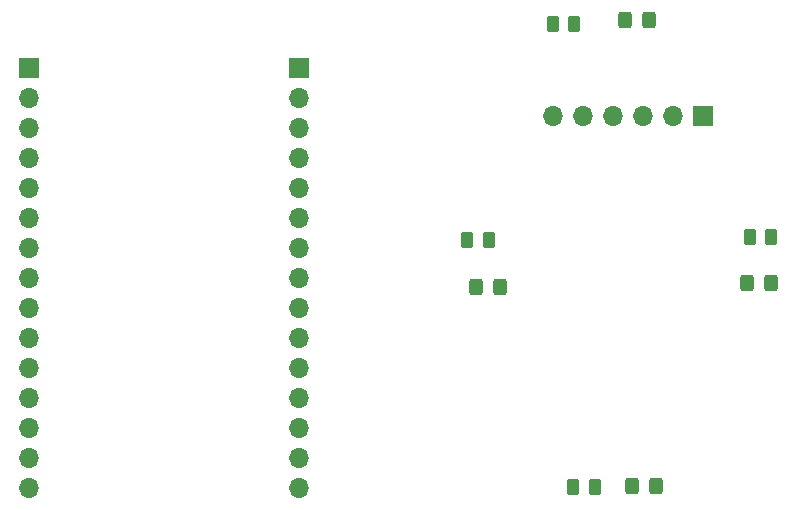
<source format=gbr>
%TF.GenerationSoftware,KiCad,Pcbnew,(6.0.7)*%
%TF.CreationDate,2022-10-30T17:48:50+07:00*%
%TF.ProjectId,dd,64642e6b-6963-4616-945f-706362585858,rev?*%
%TF.SameCoordinates,Original*%
%TF.FileFunction,Soldermask,Top*%
%TF.FilePolarity,Negative*%
%FSLAX46Y46*%
G04 Gerber Fmt 4.6, Leading zero omitted, Abs format (unit mm)*
G04 Created by KiCad (PCBNEW (6.0.7)) date 2022-10-30 17:48:50*
%MOMM*%
%LPD*%
G01*
G04 APERTURE LIST*
G04 Aperture macros list*
%AMRoundRect*
0 Rectangle with rounded corners*
0 $1 Rounding radius*
0 $2 $3 $4 $5 $6 $7 $8 $9 X,Y pos of 4 corners*
0 Add a 4 corners polygon primitive as box body*
4,1,4,$2,$3,$4,$5,$6,$7,$8,$9,$2,$3,0*
0 Add four circle primitives for the rounded corners*
1,1,$1+$1,$2,$3*
1,1,$1+$1,$4,$5*
1,1,$1+$1,$6,$7*
1,1,$1+$1,$8,$9*
0 Add four rect primitives between the rounded corners*
20,1,$1+$1,$2,$3,$4,$5,0*
20,1,$1+$1,$4,$5,$6,$7,0*
20,1,$1+$1,$6,$7,$8,$9,0*
20,1,$1+$1,$8,$9,$2,$3,0*%
G04 Aperture macros list end*
%ADD10RoundRect,0.250000X-0.262500X-0.450000X0.262500X-0.450000X0.262500X0.450000X-0.262500X0.450000X0*%
%ADD11R,1.700000X1.700000*%
%ADD12O,1.700000X1.700000*%
%ADD13RoundRect,0.250000X-0.325000X-0.450000X0.325000X-0.450000X0.325000X0.450000X-0.325000X0.450000X0*%
G04 APERTURE END LIST*
D10*
%TO.C,R4*%
X123187500Y-68700000D03*
X125012500Y-68700000D03*
%TD*%
%TO.C,R3*%
X147137500Y-68450000D03*
X148962500Y-68450000D03*
%TD*%
%TO.C,R2*%
X132155000Y-89600000D03*
X133980000Y-89600000D03*
%TD*%
%TO.C,R1*%
X130437500Y-50450000D03*
X132262500Y-50450000D03*
%TD*%
D11*
%TO.C,J1*%
X143125000Y-58225000D03*
D12*
X140585000Y-58225000D03*
X138045000Y-58225000D03*
X135505000Y-58225000D03*
X132965000Y-58225000D03*
X130425000Y-58225000D03*
%TD*%
D11*
%TO.C,J2*%
X86100000Y-54120000D03*
D12*
X86100000Y-56660000D03*
X86100000Y-59200000D03*
X86100000Y-61740000D03*
X86100000Y-64280000D03*
X86100000Y-66820000D03*
X86100000Y-69360000D03*
X86100000Y-71900000D03*
X86100000Y-74440000D03*
X86100000Y-76980000D03*
X86100000Y-79520000D03*
X86100000Y-82060000D03*
X86100000Y-84600000D03*
X86100000Y-87140000D03*
X86100000Y-89680000D03*
%TD*%
D13*
%TO.C,D2*%
X137125000Y-89500000D03*
X139175000Y-89500000D03*
%TD*%
%TO.C,D1*%
X136575000Y-50100000D03*
X138625000Y-50100000D03*
%TD*%
D11*
%TO.C,J3*%
X108950000Y-54100000D03*
D12*
X108950000Y-56640000D03*
X108950000Y-59180000D03*
X108950000Y-61720000D03*
X108950000Y-64260000D03*
X108950000Y-66800000D03*
X108950000Y-69340000D03*
X108950000Y-71880000D03*
X108950000Y-74420000D03*
X108950000Y-76960000D03*
X108950000Y-79500000D03*
X108950000Y-82040000D03*
X108950000Y-84580000D03*
X108950000Y-87120000D03*
X108950000Y-89660000D03*
%TD*%
D13*
%TO.C,D3*%
X146875000Y-72300000D03*
X148925000Y-72300000D03*
%TD*%
%TO.C,D4*%
X123925000Y-72650000D03*
X125975000Y-72650000D03*
%TD*%
M02*

</source>
